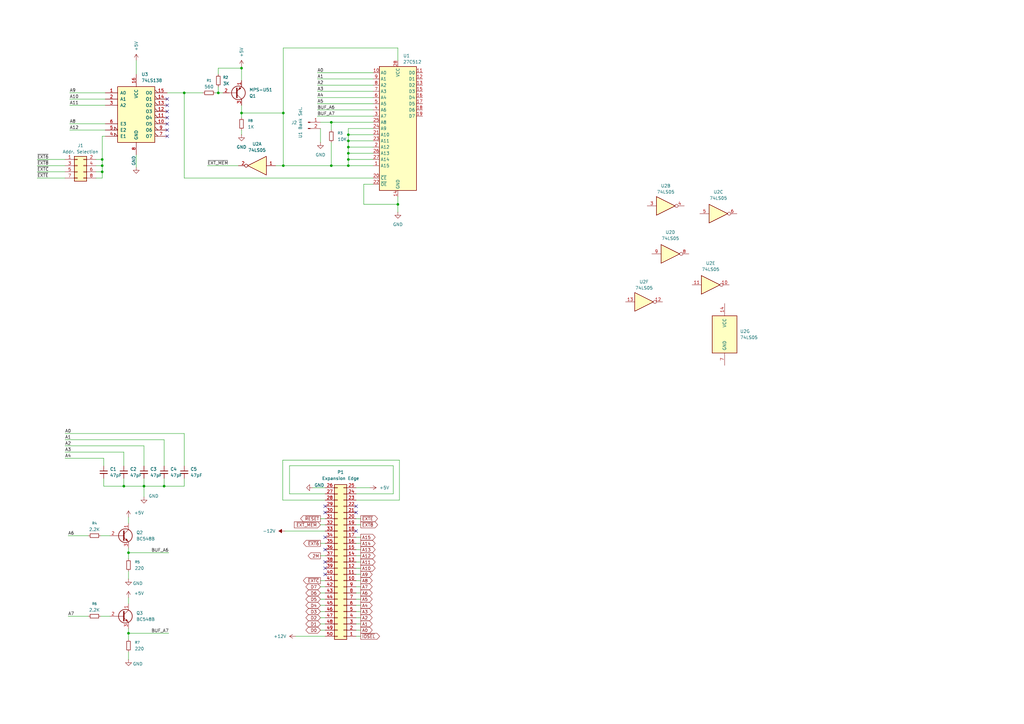
<source format=kicad_sch>
(kicad_sch (version 20250114) (generator "eeschema") (generator_version "9.0")
  (paper "A3")
  (lib_symbols
    (symbol "74xx:74LS05" (pin_names (offset 1.016))
      (property "Reference" "U" (at 0 1.27 0))
      (property "Value" "74LS05" (at 0 -1.27 0))
      (symbol "74LS05_1_0"
        (polyline (pts (xy -3.81 3.81) (xy -3.81 -3.81) (xy 3.81 0) (xy -3.81 3.81)) (stroke (width 0.254)) (fill (type background)))
        (pin input line (at -7.62 0 0) (length 3.81) (name "~") (number "1"))
        (pin open_collector inverted (at 7.62 0 180) (length 3.81) (name "~") (number "2"))
      )
      (symbol "74LS05_2_0"
        (polyline (pts (xy -3.81 3.81) (xy -3.81 -3.81) (xy 3.81 0) (xy -3.81 3.81)) (stroke (width 0.254)) (fill (type background)))
        (pin input line (at -7.62 0 0) (length 3.81) (name "~") (number "3"))
        (pin open_collector inverted (at 7.62 0 180) (length 3.81) (name "~") (number "4"))
      )
      (symbol "74LS05_3_0"
        (polyline (pts (xy -3.81 3.81) (xy -3.81 -3.81) (xy 3.81 0) (xy -3.81 3.81)) (stroke (width 0.254)) (fill (type background)))
        (pin input line (at -7.62 0 0) (length 3.81) (name "~") (number "5"))
        (pin open_collector inverted (at 7.62 0 180) (length 3.81) (name "~") (number "6"))
      )
      (symbol "74LS05_4_0"
        (polyline (pts (xy -3.81 3.81) (xy -3.81 -3.81) (xy 3.81 0) (xy -3.81 3.81)) (stroke (width 0.254)) (fill (type background)))
        (pin input line (at -7.62 0 0) (length 3.81) (name "~") (number "9"))
        (pin open_collector inverted (at 7.62 0 180) (length 3.81) (name "~") (number "8"))
      )
      (symbol "74LS05_5_0"
        (polyline (pts (xy -3.81 3.81) (xy -3.81 -3.81) (xy 3.81 0) (xy -3.81 3.81)) (stroke (width 0.254)) (fill (type background)))
        (pin input line (at -7.62 0 0) (length 3.81) (name "~") (number "11"))
        (pin open_collector inverted (at 7.62 0 180) (length 3.81) (name "~") (number "10"))
      )
      (symbol "74LS05_6_0"
        (polyline (pts (xy -3.81 3.81) (xy -3.81 -3.81) (xy 3.81 0) (xy -3.81 3.81)) (stroke (width 0.254)) (fill (type background)))
        (pin input line (at -7.62 0 0) (length 3.81) (name "~") (number "13"))
        (pin open_collector inverted (at 7.62 0 180) (length 3.81) (name "~") (number "12"))
      )
      (symbol "74LS05_7_0"
        (pin power_in line (at 0 12.7 270) (length 5.08) (name "VCC") (number "14"))
        (pin power_in line (at 0 -12.7 90) (length 5.08) (name "GND") (number "7"))
      )
      (symbol "74LS05_7_1"
        (rectangle (start -5.08 7.62) (end 5.08 -7.62) (stroke (width 0.254)) (fill (type background)))
      )
    )
    (symbol "74xx:74LS138" (pin_names (offset 1.016))
      (property "Reference" "U" (at -7.62 11.43 0))
      (property "Value" "74LS138" (at -7.62 -13.97 0))
      (symbol "74LS138_1_0"
        (pin input line (at -12.7 7.62 0) (length 5.08) (name "A0") (number "1"))
        (pin input line (at -12.7 5.08 0) (length 5.08) (name "A1") (number "2"))
        (pin input line (at -12.7 2.54 0) (length 5.08) (name "A2") (number "3"))
        (pin input line (at -12.7 -5.08 0) (length 5.08) (name "E3") (number "6"))
        (pin input input_low (at -12.7 -7.62 0) (length 5.08) (name "E2") (number "5"))
        (pin input input_low (at -12.7 -10.16 0) (length 5.08) (name "E1") (number "4"))
        (pin power_in line (at 0 15.24 270) (length 5.08) (name "VCC") (number "16"))
        (pin power_in line (at 0 -17.78 90) (length 5.08) (name "GND") (number "8"))
        (pin output output_low (at 12.7 7.62 180) (length 5.08) (name "O0") (number "15"))
        (pin output output_low (at 12.7 5.08 180) (length 5.08) (name "O1") (number "14"))
        (pin output output_low (at 12.7 2.54 180) (length 5.08) (name "O2") (number "13"))
        (pin output output_low (at 12.7 0 180) (length 5.08) (name "O3") (number "12"))
        (pin output output_low (at 12.7 -2.54 180) (length 5.08) (name "O4") (number "11"))
        (pin output output_low (at 12.7 -5.08 180) (length 5.08) (name "O5") (number "10"))
        (pin output output_low (at 12.7 -7.62 180) (length 5.08) (name "O6") (number "9"))
        (pin output output_low (at 12.7 -10.16 180) (length 5.08) (name "O7") (number "7"))
      )
      (symbol "74LS138_1_1"
        (rectangle (start -7.62 10.16) (end 7.62 -12.7) (stroke (width 0.254)) (fill (type background)))
      )
    )
    (symbol "Connector:Conn_01x02_Pin" (pin_names (offset 1.016) (hide yes))
      (property "Reference" "J" (at 0 2.54 0))
      (property "Value" "Conn_01x02_Pin" (at 0 -5.08 0))
      (symbol "Conn_01x02_Pin_1_1"
        (rectangle (start 0.8636 0.127) (end 0 -0.127) (stroke (width 0.1524)) (fill (type outline)))
        (rectangle (start 0.8636 -2.413) (end 0 -2.667) (stroke (width 0.1524)) (fill (type outline)))
        (polyline (pts (xy 1.27 0) (xy 0.8636 0)) (stroke (width 0.1524)))
        (polyline (pts (xy 1.27 -2.54) (xy 0.8636 -2.54)) (stroke (width 0.1524)))
        (pin passive line (at 5.08 0 180) (length 3.81) (name "Pin_1") (number "1"))
        (pin passive line (at 5.08 -2.54 180) (length 3.81) (name "Pin_2") (number "2"))
      )
    )
    (symbol "Connector_Generic:Conn_02x04_Odd_Even" (pin_names (offset 1.016) (hide yes))
      (property "Reference" "J" (at 1.27 5.08 0))
      (property "Value" "Conn_02x04_Odd_Even" (at 1.27 -7.62 0))
      (symbol "Conn_02x04_Odd_Even_1_1"
        (rectangle (start -1.27 3.81) (end 3.81 -6.35) (stroke (width 0.254)) (fill (type background)))
        (rectangle (start -1.27 2.667) (end 0 2.413) (stroke (width 0.1524)))
        (rectangle (start -1.27 0.127) (end 0 -0.127) (stroke (width 0.1524)))
        (rectangle (start -1.27 -2.413) (end 0 -2.667) (stroke (width 0.1524)))
        (rectangle (start -1.27 -4.953) (end 0 -5.207) (stroke (width 0.1524)))
        (rectangle (start 3.81 2.667) (end 2.54 2.413) (stroke (width 0.1524)))
        (rectangle (start 3.81 0.127) (end 2.54 -0.127) (stroke (width 0.1524)))
        (rectangle (start 3.81 -2.413) (end 2.54 -2.667) (stroke (width 0.1524)))
        (rectangle (start 3.81 -4.953) (end 2.54 -5.207) (stroke (width 0.1524)))
        (pin passive line (at -5.08 2.54 0) (length 3.81) (name "Pin_1") (number "1"))
        (pin passive line (at -5.08 0 0) (length 3.81) (name "Pin_3") (number "3"))
        (pin passive line (at -5.08 -2.54 0) (length 3.81) (name "Pin_5") (number "5"))
        (pin passive line (at -5.08 -5.08 0) (length 3.81) (name "Pin_7") (number "7"))
        (pin passive line (at 7.62 2.54 180) (length 3.81) (name "Pin_2") (number "2"))
        (pin passive line (at 7.62 0 180) (length 3.81) (name "Pin_4") (number "4"))
        (pin passive line (at 7.62 -2.54 180) (length 3.81) (name "Pin_6") (number "6"))
        (pin passive line (at 7.62 -5.08 180) (length 3.81) (name "Pin_8") (number "8"))
      )
    )
    (symbol "Connector_Generic:Conn_02x25_Counter_Clockwise" (pin_names (offset 1.016) (hide yes))
      (property "Reference" "J" (at 1.27 33.02 0))
      (property "Value" "Conn_02x25_Counter_Clockwise" (at 1.27 -33.02 0))
      (symbol "Conn_02x25_Counter_Clockwise_1_1"
        (rectangle (start -1.27 31.75) (end 3.81 -31.75) (stroke (width 0.254)) (fill (type background)))
        (rectangle (start -1.27 30.607) (end 0 30.353) (stroke (width 0.1524)))
        (rectangle (start -1.27 28.067) (end 0 27.813) (stroke (width 0.1524)))
        (rectangle (start -1.27 25.527) (end 0 25.273) (stroke (width 0.1524)))
        (rectangle (start -1.27 22.987) (end 0 22.733) (stroke (width 0.1524)))
        (rectangle (start -1.27 20.447) (end 0 20.193) (stroke (width 0.1524)))
        (rectangle (start -1.27 17.907) (end 0 17.653) (stroke (width 0.1524)))
        (rectangle (start -1.27 15.367) (end 0 15.113) (stroke (width 0.1524)))
        (rectangle (start -1.27 12.827) (end 0 12.573) (stroke (width 0.1524)))
        (rectangle (start -1.27 10.287) (end 0 10.033) (stroke (width 0.1524)))
        (rectangle (start -1.27 7.747) (end 0 7.493) (stroke (width 0.1524)))
        (rectangle (start -1.27 5.207) (end 0 4.953) (stroke (width 0.1524)))
        (rectangle (start -1.27 2.667) (end 0 2.413) (stroke (width 0.1524)))
        (rectangle (start -1.27 0.127) (end 0 -0.127) (stroke (width 0.1524)))
        (rectangle (start -1.27 -2.413) (end 0 -2.667) (stroke (width 0.1524)))
        (rectangle (start -1.27 -4.953) (end 0 -5.207) (stroke (width 0.1524)))
        (rectangle (start -1.27 -7.493) (end 0 -7.747) (stroke (width 0.1524)))
        (rectangle (start -1.27 -10.033) (end 0 -10.287) (stroke (width 0.1524)))
        (rectangle (start -1.27 -12.573) (end 0 -12.827) (stroke (width 0.1524)))
        (rectangle (start -1.27 -15.113) (end 0 -15.367) (stroke (width 0.1524)))
        (rectangle (start -1.27 -17.653) (end 0 -17.907) (stroke (width 0.1524)))
        (rectangle (start -1.27 -20.193) (end 0 -20.447) (stroke (width 0.1524)))
        (rectangle (start -1.27 -22.733) (end 0 -22.987) (stroke (width 0.1524)))
        (rectangle (start -1.27 -25.273) (end 0 -25.527) (stroke (width 0.1524)))
        (rectangle (start -1.27 -27.813) (end 0 -28.067) (stroke (width 0.1524)))
        (rectangle (start -1.27 -30.353) (end 0 -30.607) (stroke (width 0.1524)))
        (rectangle (start 3.81 30.607) (end 2.54 30.353) (stroke (width 0.1524)))
        (rectangle (start 3.81 28.067) (end 2.54 27.813) (stroke (width 0.1524)))
        (rectangle (start 3.81 25.527) (end 2.54 25.273) (stroke (width 0.1524)))
        (rectangle (start 3.81 22.987) (end 2.54 22.733) (stroke (width 0.1524)))
        (rectangle (start 3.81 20.447) (end 2.54 20.193) (stroke (width 0.1524)))
        (rectangle (start 3.81 17.907) (end 2.54 17.653) (stroke (width 0.1524)))
        (rectangle (start 3.81 15.367) (end 2.54 15.113) (stroke (width 0.1524)))
        (rectangle (start 3.81 12.827) (end 2.54 12.573) (stroke (width 0.1524)))
        (rectangle (start 3.81 10.287) (end 2.54 10.033) (stroke (width 0.1524)))
        (rectangle (start 3.81 7.747) (end 2.54 7.493) (stroke (width 0.1524)))
        (rectangle (start 3.81 5.207) (end 2.54 4.953) (stroke (width 0.1524)))
        (rectangle (start 3.81 2.667) (end 2.54 2.413) (stroke (width 0.1524)))
        (rectangle (start 3.81 0.127) (end 2.54 -0.127) (stroke (width 0.1524)))
        (rectangle (start 3.81 -2.413) (end 2.54 -2.667) (stroke (width 0.1524)))
        (rectangle (start 3.81 -4.953) (end 2.54 -5.207) (stroke (width 0.1524)))
        (rectangle (start 3.81 -7.493) (end 2.54 -7.747) (stroke (width 0.1524)))
        (rectangle (start 3.81 -10.033) (end 2.54 -10.287) (stroke (width 0.1524)))
        (rectangle (start 3.81 -12.573) (end 2.54 -12.827) (stroke (width 0.1524)))
        (rectangle (start 3.81 -15.113) (end 2.54 -15.367) (stroke (width 0.1524)))
        (rectangle (start 3.81 -17.653) (end 2.54 -17.907) (stroke (width 0.1524)))
        (rectangle (start 3.81 -20.193) (end 2.54 -20.447) (stroke (width 0.1524)))
        (rectangle (start 3.81 -22.733) (end 2.54 -22.987) (stroke (width 0.1524)))
        (rectangle (start 3.81 -25.273) (end 2.54 -25.527) (stroke (width 0.1524)))
        (rectangle (start 3.81 -27.813) (end 2.54 -28.067) (stroke (width 0.1524)))
        (rectangle (start 3.81 -30.353) (end 2.54 -30.607) (stroke (width 0.1524)))
        (pin passive line (at -5.08 30.48 0) (length 3.81) (name "Pin_1") (number "1"))
        (pin passive line (at -5.08 27.94 0) (length 3.81) (name "Pin_2") (number "2"))
        (pin passive line (at -5.08 25.4 0) (length 3.81) (name "Pin_3") (number "3"))
        (pin passive line (at -5.08 22.86 0) (length 3.81) (name "Pin_4") (number "4"))
        (pin passive line (at -5.08 20.32 0) (length 3.81) (name "Pin_5") (number "5"))
        (pin passive line (at -5.08 17.78 0) (length 3.81) (name "Pin_6") (number "6"))
        (pin passive line (at -5.08 15.24 0) (length 3.81) (name "Pin_7") (number "7"))
        (pin passive line (at -5.08 12.7 0) (length 3.81) (name "Pin_8") (number "8"))
        (pin passive line (at -5.08 10.16 0) (length 3.81) (name "Pin_9") (number "9"))
        (pin passive line (at -5.08 7.62 0) (length 3.81) (name "Pin_10") (number "10"))
        (pin passive line (at -5.08 5.08 0) (length 3.81) (name "Pin_11") (number "11"))
        (pin passive line (at -5.08 2.54 0) (length 3.81) (name "Pin_12") (number "12"))
        (pin passive line (at -5.08 0 0) (length 3.81) (name "Pin_13") (number "13"))
        (pin passive line (at -5.08 -2.54 0) (length 3.81) (name "Pin_14") (number "14"))
        (pin passive line (at -5.08 -5.08 0) (length 3.81) (name "Pin_15") (number "15"))
        (pin passive line (at -5.08 -7.62 0) (length 3.81) (name "Pin_16") (number "16"))
        (pin passive line (at -5.08 -10.16 0) (length 3.81) (name "Pin_17") (number "17"))
        (pin passive line (at -5.08 -12.7 0) (length 3.81) (name "Pin_18") (number "18"))
        (pin passive line (at -5.08 -15.24 0) (length 3.81) (name "Pin_19") (number "19"))
        (pin passive line (at -5.08 -17.78 0) (length 3.81) (name "Pin_20") (number "20"))
        (pin passive line (at -5.08 -20.32 0) (length 3.81) (name "Pin_21") (number "21"))
        (pin passive line (at -5.08 -22.86 0) (length 3.81) (name "Pin_22") (number "22"))
        (pin passive line (at -5.08 -25.4 0) (length 3.81) (name "Pin_23") (number "23"))
        (pin passive line (at -5.08 -27.94 0) (length 3.81) (name "Pin_24") (number "24"))
        (pin passive line (at -5.08 -30.48 0) (length 3.81) (name "Pin_25") (number "25"))
        (pin passive line (at 7.62 30.48 180) (length 3.81) (name "Pin_50") (number "50"))
        (pin passive line (at 7.62 27.94 180) (length 3.81) (name "Pin_49") (number "49"))
        (pin passive line (at 7.62 25.4 180) (length 3.81) (name "Pin_48") (number "48"))
        (pin passive line (at 7.62 22.86 180) (length 3.81) (name "Pin_47") (number "47"))
        (pin passive line (at 7.62 20.32 180) (length 3.81) (name "Pin_46") (number "46"))
        (pin passive line (at 7.62 17.78 180) (length 3.81) (name "Pin_45") (number "45"))
        (pin passive line (at 7.62 15.24 180) (length 3.81) (name "Pin_44") (number "44"))
        (pin passive line (at 7.62 12.7 180) (length 3.81) (name "Pin_43") (number "43"))
        (pin passive line (at 7.62 10.16 180) (length 3.81) (name "Pin_42") (number "42"))
        (pin passive line (at 7.62 7.62 180) (length 3.81) (name "Pin_41") (number "41"))
        (pin passive line (at 7.62 5.08 180) (length 3.81) (name "Pin_40") (number "40"))
        (pin passive line (at 7.62 2.54 180) (length 3.81) (name "Pin_39") (number "39"))
        (pin passive line (at 7.62 0 180) (length 3.81) (name "Pin_38") (number "38"))
        (pin passive line (at 7.62 -2.54 180) (length 3.81) (name "Pin_37") (number "37"))
        (pin passive line (at 7.62 -5.08 180) (length 3.81) (name "Pin_36") (number "36"))
        (pin passive line (at 7.62 -7.62 180) (length 3.81) (name "Pin_35") (number "35"))
        (pin passive line (at 7.62 -10.16 180) (length 3.81) (name "Pin_34") (number "34"))
        (pin passive line (at 7.62 -12.7 180) (length 3.81) (name "Pin_33") (number "33"))
        (pin passive line (at 7.62 -15.24 180) (length 3.81) (name "Pin_32") (number "32"))
        (pin passive line (at 7.62 -17.78 180) (length 3.81) (name "Pin_31") (number "31"))
        (pin passive line (at 7.62 -20.32 180) (length 3.81) (name "Pin_30") (number "30"))
        (pin passive line (at 7.62 -22.86 180) (length 3.81) (name "Pin_29") (number "29"))
        (pin passive line (at 7.62 -25.4 180) (length 3.81) (name "Pin_28") (number "28"))
        (pin passive line (at 7.62 -27.94 180) (length 3.81) (name "Pin_27") (number "27"))
        (pin passive line (at 7.62 -30.48 180) (length 3.81) (name "Pin_26") (number "26"))
      )
    )
    (symbol "Device:C_Small" (pin_numbers (hide yes)) (pin_names (offset 0.254) (hide yes))
      (property "Reference" "C" (at 0.254 1.778 0))
      (property "Value" "C_Small" (at 0.254 -2.032 0))
      (symbol "C_Small_0_1"
        (polyline (pts (xy -1.524 0.508) (xy 1.524 0.508)) (stroke (width 0.3048)))
        (polyline (pts (xy -1.524 -0.508) (xy 1.524 -0.508)) (stroke (width 0.3302)))
      )
      (symbol "C_Small_1_1"
        (pin passive line (at 0 2.54 270) (length 2.032) (name "~") (number "1"))
        (pin passive line (at 0 -2.54 90) (length 2.032) (name "~") (number "2"))
      )
    )
    (symbol "Device:R_Small" (pin_numbers (hide yes)) (pin_names (offset 0.254) (hide yes))
      (property "Reference" "R" (at 0 0 90))
      (property "Value" "R_Small" (at 1.778 0 90))
      (symbol "R_Small_0_1"
        (rectangle (start -0.762 1.778) (end 0.762 -1.778) (stroke (width 0.2032)))
      )
      (symbol "R_Small_1_1"
        (pin passive line (at 0 2.54 270) (length 0.762) (name "~") (number "1"))
        (pin passive line (at 0 -2.54 90) (length 0.762) (name "~") (number "2"))
      )
    )
    (symbol "GND_1" (power) (pin_numbers (hide yes)) (pin_names (offset 0) (hide yes))
      (property "Value" "GND" (at 0 -3.81 0))
      (symbol "GND_1_0_1"
        (polyline (pts (xy 0 0) (xy 0 -1.27) (xy 1.27 -1.27) (xy 0 -2.54) (xy -1.27 -1.27) (xy 0 -1.27)))
      )
      (symbol "GND_1_1_1"
        (pin power_in line (at 0 0 270) (length 0) (name "~") (number "1"))
      )
    )
    (symbol "GND_2" (power) (pin_numbers (hide yes)) (pin_names (offset 0) (hide yes))
      (property "Value" "GND" (at 0 -3.81 0))
      (symbol "GND_2_0_1"
        (polyline (pts (xy 0 0) (xy 0 -1.27) (xy 1.27 -1.27) (xy 0 -2.54) (xy -1.27 -1.27) (xy 0 -1.27)))
      )
      (symbol "GND_2_1_1"
        (pin power_in line (at 0 0 270) (length 0) (name "~") (number "1"))
      )
    )
    (symbol "Memory_EPROM:27C512"
      (property "Reference" "U" (at -7.62 26.67 0))
      (property "Value" "27C512" (at 2.54 -26.67 0))
      (symbol "27C512_1_1"
        (rectangle (start -7.62 25.4) (end 7.62 -25.4) (stroke (width 0.254)) (fill (type background)))
        (pin input line (at -10.16 22.86 0) (length 2.54) (name "A0") (number "10"))
        (pin input line (at -10.16 20.32 0) (length 2.54) (name "A1") (number "9"))
        (pin input line (at -10.16 17.78 0) (length 2.54) (name "A2") (number "8"))
        (pin input line (at -10.16 15.24 0) (length 2.54) (name "A3") (number "7"))
        (pin input line (at -10.16 12.7 0) (length 2.54) (name "A4") (number "6"))
        (pin input line (at -10.16 10.16 0) (length 2.54) (name "A5") (number "5"))
        (pin input line (at -10.16 7.62 0) (length 2.54) (name "A6") (number "4"))
        (pin input line (at -10.16 5.08 0) (length 2.54) (name "A7") (number "3"))
        (pin input line (at -10.16 2.54 0) (length 2.54) (name "A8") (number "25"))
        (pin input line (at -10.16 0 0) (length 2.54) (name "A9") (number "24"))
        (pin input line (at -10.16 -2.54 0) (length 2.54) (name "A10") (number "21"))
        (pin input line (at -10.16 -5.08 0) (length 2.54) (name "A11") (number "23"))
        (pin input line (at -10.16 -7.62 0) (length 2.54) (name "A12") (number "2"))
        (pin input line (at -10.16 -10.16 0) (length 2.54) (name "A13") (number "26"))
        (pin input line (at -10.16 -12.7 0) (length 2.54) (name "A14") (number "27"))
        (pin input line (at -10.16 -15.24 0) (length 2.54) (name "A15") (number "1"))
        (pin input line (at -10.16 -20.32 0) (length 2.54) (name "~{CE}") (number "20"))
        (pin input line (at -10.16 -22.86 0) (length 2.54) (name "~{OE}") (number "22"))
        (pin power_in line (at 0 27.94 270) (length 2.54) (name "VCC") (number "28"))
        (pin power_in line (at 0 -27.94 90) (length 2.54) (name "GND") (number "14"))
        (pin tri_state line (at 10.16 22.86 180) (length 2.54) (name "D0") (number "11"))
        (pin tri_state line (at 10.16 20.32 180) (length 2.54) (name "D1") (number "12"))
        (pin tri_state line (at 10.16 17.78 180) (length 2.54) (name "D2") (number "13"))
        (pin tri_state line (at 10.16 15.24 180) (length 2.54) (name "D3") (number "15"))
        (pin tri_state line (at 10.16 12.7 180) (length 2.54) (name "D4") (number "16"))
        (pin tri_state line (at 10.16 10.16 180) (length 2.54) (name "D5") (number "17"))
        (pin tri_state line (at 10.16 7.62 180) (length 2.54) (name "D6") (number "18"))
        (pin tri_state line (at 10.16 5.08 180) (length 2.54) (name "D7") (number "19"))
      )
    )
    (symbol "Transistor_BJT:BC548" (pin_names (offset 0) (hide yes))
      (property "Reference" "Q" (at 5.08 1.905 0))
      (property "Value" "BC548" (at 5.08 0 0))
      (symbol "BC548_0_1"
        (polyline (pts (xy -2.54 0) (xy 0.635 0)))
        (polyline (pts (xy 0.635 1.905) (xy 0.635 -1.905)) (stroke (width 0.508)))
        (circle (center 1.27 0) (radius 2.8194) (stroke (width 0.254)))
      )
      (symbol "BC548_1_1"
        (polyline (pts (xy 0.635 0.635) (xy 2.54 2.54)))
        (polyline (pts (xy 0.635 -0.635) (xy 2.54 -2.54)))
        (polyline (pts (xy 1.27 -1.778) (xy 1.778 -1.27) (xy 2.286 -2.286) (xy 1.27 -1.778)) (fill (type outline)))
        (pin input line (at -5.08 0 0) (length 2.54) (name "B") (number "2"))
        (pin passive line (at 2.54 5.08 270) (length 2.54) (name "C") (number "1"))
        (pin passive line (at 2.54 -5.08 90) (length 2.54) (name "E") (number "3"))
      )
    )
    (symbol "Transistor_BJT:Q_PNP_EBC" (pin_names (offset 0) (hide yes))
      (property "Reference" "Q" (at 5.08 1.27 0))
      (property "Value" "Q_PNP_EBC" (at 5.08 -1.27 0))
      (symbol "Q_PNP_EBC_0_1"
        (polyline (pts (xy -2.54 0) (xy 0.635 0)))
        (polyline (pts (xy 0.635 1.905) (xy 0.635 -1.905)) (stroke (width 0.508)))
        (polyline (pts (xy 0.635 0.635) (xy 2.54 2.54)))
        (polyline (pts (xy 0.635 -0.635) (xy 2.54 -2.54)))
        (circle (center 1.27 0) (radius 2.8194) (stroke (width 0.254)))
        (polyline (pts (xy 2.286 -1.778) (xy 1.778 -2.286) (xy 1.27 -1.27) (xy 2.286 -1.778)) (fill (type outline)))
      )
      (symbol "Q_PNP_EBC_1_1"
        (pin input line (at -5.08 0 0) (length 2.54) (name "B") (number "2"))
        (pin passive line (at 2.54 5.08 270) (length 2.54) (name "C") (number "3"))
        (pin passive line (at 2.54 -5.08 90) (length 2.54) (name "E") (number "1"))
      )
    )
    (symbol "power:+12V" (power) (pin_names (offset 0))
      (property "Value" "+12V" (at 0 3.556 0))
      (symbol "+12V_0_1"
        (polyline (pts (xy -0.762 1.27) (xy 0 2.54)))
        (polyline (pts (xy 0 2.54) (xy 0.762 1.27)))
        (polyline (pts (xy 0 0) (xy 0 2.54)))
      )
      (symbol "+12V_1_1"
        (pin power_in line (at 0 0 90) (length 0) (hide yes) (name "+12V") (number "1"))
      )
    )
    (symbol "power:+5V" (power) (pin_names (offset 0))
      (property "Value" "+5V" (at 0 3.556 0))
      (symbol "+5V_0_1"
        (polyline (pts (xy -0.762 1.27) (xy 0 2.54)))
        (polyline (pts (xy 0 2.54) (xy 0.762 1.27)))
        (polyline (pts (xy 0 0) (xy 0 2.54)))
      )
      (symbol "+5V_1_1"
        (pin power_in line (at 0 0 90) (length 0) (hide yes) (name "+5V") (number "1"))
      )
    )
    (symbol "power:-12V" (power) (pin_names (offset 0))
      (property "Value" "-12V" (at 0 3.81 0))
      (symbol "-12V_0_0"
        (pin power_in line (at 0 0 90) (length 0) (hide yes) (name "-12V") (number "1"))
      )
      (symbol "-12V_0_1"
        (polyline (pts (xy 0 0) (xy 0 1.27) (xy 0.762 1.27) (xy 0 2.54) (xy -0.762 1.27) (xy 0 1.27)) (fill (type outline)))
      )
    )
    (symbol "power:GND" (power) (pin_names (offset 0))
      (property "Value" "GND" (at 0 -3.81 0))
      (symbol "GND_0_1"
        (polyline (pts (xy 0 0) (xy 0 -1.27) (xy 1.27 -1.27) (xy 0 -2.54) (xy -1.27 -1.27) (xy 0 -1.27)))
      )
      (symbol "GND_1_1"
        (pin power_in line (at 0 0 270) (length 0) (hide yes) (name "GND") (number "1"))
      )
    )
  )
  (junction (at 142.875 62.865))
  (junction (at 116.205 67.945))
  (junction (at 59.055 199.39))
  (junction (at 142.875 67.945))
  (junction (at 52.705 226.695))
  (junction (at 67.31 199.39))
  (junction (at 41.91 65.405))
  (junction (at 99.06 27.94))
  (junction (at 52.705 259.715))
  (junction (at 142.875 57.785))
  (junction (at 50.8 199.39))
  (junction (at 99.06 46.355))
  (junction (at 142.875 60.325))
  (junction (at 116.205 46.355))
  (junction (at 135.89 67.945))
  (junction (at 89.535 38.1))
  (junction (at 41.91 70.485))
  (junction (at 75.565 38.1))
  (junction (at 142.875 55.245))
  (junction (at 135.89 50.165))
  (junction (at 163.195 83.82))
  (junction (at 142.875 65.405))
  (junction (at 41.91 67.945))
  (no_connect (at 68.58 45.72))
  (no_connect (at 146.05 207.645))
  (no_connect (at 133.35 210.185))
  (no_connect (at 133.35 233.045))
  (no_connect (at 133.35 230.505))
  (no_connect (at 146.05 210.185))
  (no_connect (at 133.35 225.425))
  (no_connect (at 133.35 207.645))
  (no_connect (at 68.58 40.64))
  (no_connect (at 146.05 217.805))
  (no_connect (at 68.58 55.88))
  (no_connect (at 68.58 48.26))
  (no_connect (at 133.35 235.585))
  (no_connect (at 68.58 43.18))
  (no_connect (at 133.35 220.345))
  (no_connect (at 68.58 53.34))
  (no_connect (at 68.58 50.8))
  (wire (pts (xy 142.875 55.245) (xy 142.875 57.785)))
  (wire (pts (xy 135.89 50.165) (xy 153.035 50.165)))
  (wire (pts (xy 28.575 40.64) (xy 43.18 40.64)))
  (wire (pts (xy 75.565 73.025) (xy 153.035 73.025)))
  (wire (pts (xy 130.175 32.385) (xy 153.035 32.385)))
  (wire (pts (xy 116.205 67.945) (xy 135.89 67.945)))
  (wire (pts (xy 118.745 191.008) (xy 118.745 202.565)))
  (wire (pts (xy 153.035 57.785) (xy 142.875 57.785)))
  (wire (pts (xy 52.705 212.09) (xy 52.705 214.63)))
  (wire (pts (xy 146.05 250.825) (xy 147.955 250.825)))
  (wire (pts (xy 75.565 177.8) (xy 75.565 191.135)))
  (wire (pts (xy 146.05 222.885) (xy 147.955 222.885)))
  (wire (pts (xy 161.29 191.008) (xy 118.745 191.008)))
  (wire (pts (xy 55.88 30.48) (xy 55.88 24.765)))
  (wire (pts (xy 142.875 52.705) (xy 142.875 55.245)))
  (wire (pts (xy 142.875 65.405) (xy 142.875 67.945)))
  (wire (pts (xy 115.951 205.105) (xy 133.35 205.105)))
  (wire (pts (xy 131.445 227.965) (xy 133.35 227.965)))
  (wire (pts (xy 99.06 46.355) (xy 99.06 48.26)))
  (wire (pts (xy 146.05 215.265) (xy 147.955 215.265)))
  (wire (pts (xy 131.445 253.365) (xy 133.35 253.365)))
  (wire (pts (xy 89.535 35.56) (xy 89.535 38.1)))
  (wire (pts (xy 153.035 67.945) (xy 142.875 67.945)))
  (wire (pts (xy 39.37 65.405) (xy 41.91 65.405)))
  (wire (pts (xy 26.67 187.96) (xy 42.545 187.96)))
  (wire (pts (xy 146.05 248.285) (xy 147.955 248.285)))
  (wire (pts (xy 163.83 205.105) (xy 163.83 188.722)))
  (wire (pts (xy 99.06 53.34) (xy 99.06 55.245)))
  (wire (pts (xy 43.18 55.88) (xy 41.91 55.88)))
  (wire (pts (xy 146.05 240.665) (xy 147.955 240.665)))
  (wire (pts (xy 52.705 245.11) (xy 52.705 247.65)))
  (wire (pts (xy 128.27 200.025) (xy 133.35 200.025)))
  (wire (pts (xy 146.05 235.585) (xy 147.955 235.585)))
  (wire (pts (xy 41.91 70.485) (xy 41.91 73.025)))
  (wire (pts (xy 149.225 75.565) (xy 149.225 83.82)))
  (wire (pts (xy 75.565 38.1) (xy 83.185 38.1)))
  (wire (pts (xy 131.445 243.205) (xy 133.35 243.205)))
  (wire (pts (xy 42.545 196.215) (xy 42.545 199.39)))
  (wire (pts (xy 28.575 38.1) (xy 43.18 38.1)))
  (wire (pts (xy 39.37 67.945) (xy 41.91 67.945)))
  (wire (pts (xy 153.035 65.405) (xy 142.875 65.405)))
  (wire (pts (xy 130.175 37.465) (xy 153.035 37.465)))
  (wire (pts (xy 146.05 253.365) (xy 147.955 253.365)))
  (wire (pts (xy 146.05 260.985) (xy 147.955 260.985)))
  (wire (pts (xy 26.67 182.88) (xy 59.055 182.88)))
  (wire (pts (xy 163.195 19.685) (xy 116.205 19.685)))
  (wire (pts (xy 153.035 60.325) (xy 142.875 60.325)))
  (wire (pts (xy 59.055 199.39) (xy 59.055 203.835)))
  (wire (pts (xy 28.575 43.18) (xy 43.18 43.18)))
  (wire (pts (xy 113.03 67.945) (xy 116.205 67.945)))
  (wire (pts (xy 131.445 238.125) (xy 133.35 238.125)))
  (wire (pts (xy 131.445 245.745) (xy 133.35 245.745)))
  (wire (pts (xy 85.09 67.945) (xy 97.79 67.945)))
  (wire (pts (xy 26.67 177.8) (xy 75.565 177.8)))
  (wire (pts (xy 146.05 258.445) (xy 147.955 258.445)))
  (wire (pts (xy 50.8 185.42) (xy 50.8 191.135)))
  (wire (pts (xy 153.035 55.245) (xy 142.875 55.245)))
  (wire (pts (xy 28.575 53.34) (xy 43.18 53.34)))
  (wire (pts (xy 27.94 219.71) (xy 36.195 219.71)))
  (wire (pts (xy 115.951 188.722) (xy 115.951 205.105)))
  (wire (pts (xy 163.195 24.765) (xy 163.195 19.685)))
  (wire (pts (xy 135.89 67.945) (xy 142.875 67.945)))
  (wire (pts (xy 161.29 202.565) (xy 161.29 191.008)))
  (wire (pts (xy 142.875 60.325) (xy 142.875 62.865)))
  (wire (pts (xy 153.035 62.865) (xy 142.875 62.865)))
  (wire (pts (xy 135.89 53.34) (xy 135.89 50.165)))
  (wire (pts (xy 41.91 65.405) (xy 41.91 67.945)))
  (wire (pts (xy 26.67 180.34) (xy 67.31 180.34)))
  (wire (pts (xy 131.445 240.665) (xy 133.35 240.665)))
  (wire (pts (xy 50.8 196.215) (xy 50.8 199.39)))
  (wire (pts (xy 15.24 73.025) (xy 26.67 73.025)))
  (wire (pts (xy 75.565 199.39) (xy 75.565 196.215)))
  (wire (pts (xy 131.445 255.905) (xy 133.35 255.905)))
  (wire (pts (xy 121.285 260.985) (xy 133.35 260.985)))
  (wire (pts (xy 163.195 83.82) (xy 163.195 86.995)))
  (wire (pts (xy 41.91 55.88) (xy 41.91 65.405)))
  (wire (pts (xy 146.05 220.345) (xy 147.955 220.345)))
  (wire (pts (xy 130.175 47.625) (xy 153.035 47.625)))
  (wire (pts (xy 75.565 73.025) (xy 75.565 38.1)))
  (wire (pts (xy 27.94 252.73) (xy 36.195 252.73)))
  (wire (pts (xy 146.05 225.425) (xy 147.955 225.425)))
  (wire (pts (xy 52.705 259.715) (xy 52.705 262.255)))
  (wire (pts (xy 146.05 202.565) (xy 161.29 202.565)))
  (wire (pts (xy 39.37 73.025) (xy 41.91 73.025)))
  (wire (pts (xy 52.705 226.695) (xy 52.705 229.235)))
  (wire (pts (xy 130.175 29.845) (xy 153.035 29.845)))
  (wire (pts (xy 131.445 222.885) (xy 133.35 222.885)))
  (wire (pts (xy 99.06 46.355) (xy 116.205 46.355)))
  (wire (pts (xy 41.275 219.71) (xy 45.085 219.71)))
  (wire (pts (xy 89.535 38.1) (xy 91.44 38.1)))
  (wire (pts (xy 163.195 80.645) (xy 163.195 83.82)))
  (wire (pts (xy 130.175 40.005) (xy 153.035 40.005)))
  (wire (pts (xy 50.8 199.39) (xy 59.055 199.39)))
  (wire (pts (xy 130.175 45.085) (xy 153.035 45.085)))
  (wire (pts (xy 52.705 226.695) (xy 69.215 226.695)))
  (wire (pts (xy 146.05 230.505) (xy 147.955 230.505)))
  (wire (pts (xy 52.705 234.315) (xy 52.705 237.49)))
  (wire (pts (xy 59.055 182.88) (xy 59.055 191.135)))
  (wire (pts (xy 52.705 259.715) (xy 69.215 259.715)))
  (wire (pts (xy 41.275 252.73) (xy 45.085 252.73)))
  (wire (pts (xy 99.06 27.94) (xy 99.06 27.305)))
  (wire (pts (xy 146.05 255.905) (xy 147.955 255.905)))
  (wire (pts (xy 68.58 38.1) (xy 75.565 38.1)))
  (wire (pts (xy 146.05 245.745) (xy 147.955 245.745)))
  (wire (pts (xy 116.205 19.685) (xy 116.205 46.355)))
  (wire (pts (xy 153.035 75.565) (xy 149.225 75.565)))
  (wire (pts (xy 15.24 67.945) (xy 26.67 67.945)))
  (wire (pts (xy 142.875 57.785) (xy 142.875 60.325)))
  (wire (pts (xy 146.05 233.045) (xy 147.955 233.045)))
  (wire (pts (xy 26.67 185.42) (xy 50.8 185.42)))
  (wire (pts (xy 146.05 243.205) (xy 147.955 243.205)))
  (wire (pts (xy 131.445 52.705) (xy 131.445 58.42)))
  (wire (pts (xy 67.31 196.215) (xy 67.31 199.39)))
  (wire (pts (xy 118.745 202.565) (xy 133.35 202.565)))
  (wire (pts (xy 146.05 212.725) (xy 147.955 212.725)))
  (wire (pts (xy 99.06 43.18) (xy 99.06 46.355)))
  (wire (pts (xy 41.91 67.945) (xy 41.91 70.485)))
  (wire (pts (xy 131.445 248.285) (xy 133.35 248.285)))
  (wire (pts (xy 146.05 200.025) (xy 151.765 200.025)))
  (wire (pts (xy 15.24 70.485) (xy 26.67 70.485)))
  (wire (pts (xy 116.84 217.805) (xy 133.35 217.805)))
  (wire (pts (xy 42.545 199.39) (xy 50.8 199.39)))
  (wire (pts (xy 55.88 68.58) (xy 55.88 63.5)))
  (wire (pts (xy 89.535 30.48) (xy 89.535 27.94)))
  (wire (pts (xy 131.445 258.445) (xy 133.35 258.445)))
  (wire (pts (xy 99.06 33.02) (xy 99.06 27.94)))
  (wire (pts (xy 89.535 27.94) (xy 99.06 27.94)))
  (wire (pts (xy 52.705 257.81) (xy 52.705 259.715)))
  (wire (pts (xy 59.055 196.215) (xy 59.055 199.39)))
  (wire (pts (xy 131.445 215.265) (xy 133.35 215.265)))
  (wire (pts (xy 116.205 46.355) (xy 116.205 67.945)))
  (wire (pts (xy 135.89 58.42) (xy 135.89 67.945)))
  (wire (pts (xy 149.225 83.82) (xy 163.195 83.82)))
  (wire (pts (xy 146.05 205.105) (xy 163.83 205.105)))
  (wire (pts (xy 28.575 50.8) (xy 43.18 50.8)))
  (wire (pts (xy 130.175 34.925) (xy 153.035 34.925)))
  (wire (pts (xy 163.83 188.722) (xy 115.951 188.722)))
  (wire (pts (xy 142.875 52.705) (xy 153.035 52.705)))
  (wire (pts (xy 15.24 65.405) (xy 26.67 65.405)))
  (wire (pts (xy 131.445 250.825) (xy 133.35 250.825)))
  (wire (pts (xy 88.265 38.1) (xy 89.535 38.1)))
  (wire (pts (xy 142.875 62.865) (xy 142.875 65.405)))
  (wire (pts (xy 52.705 267.335) (xy 52.705 270.51)))
  (wire (pts (xy 52.705 224.79) (xy 52.705 226.695)))
  (wire (pts (xy 39.37 70.485) (xy 41.91 70.485)))
  (wire (pts (xy 67.31 180.34) (xy 67.31 191.135)))
  (wire (pts (xy 42.545 187.96) (xy 42.545 191.135)))
  (wire (pts (xy 146.05 227.965) (xy 147.955 227.965)))
  (wire (pts (xy 131.445 212.725) (xy 133.35 212.725)))
  (wire (pts (xy 146.05 238.125) (xy 147.955 238.125)))
  (wire (pts (xy 131.445 50.165) (xy 135.89 50.165)))
  (wire (pts (xy 59.055 199.39) (xy 67.31 199.39)))
  (wire (pts (xy 67.31 199.39) (xy 75.565 199.39)))
  (wire (pts (xy 130.175 42.545) (xy 153.035 42.545)))
  (label "BUF_A6" (at 69.215 226.695 180))
  (label "~{EXT6}" (at 15.24 65.405 0))
  (label "A0" (at 130.175 29.845 0))
  (label "BUF_A7" (at 130.175 47.625 0))
  (label "A6" (at 27.94 219.71 0))
  (label "A3" (at 130.175 37.465 0))
  (label "~{EXT_MEM}" (at 85.09 67.945 0))
  (label "A4" (at 26.67 187.96 0))
  (label "A3" (at 26.67 185.42 0))
  (label "~{EXT8}" (at 15.24 67.945 0))
  (label "A11" (at 28.575 43.18 0))
  (label "A4" (at 130.175 40.005 0))
  (label "BUF_A7" (at 69.215 259.715 180))
  (label "BUF_A6" (at 130.175 45.085 0))
  (label "A5" (at 130.175 42.545 0))
  (label "A9" (at 28.575 38.1 0))
  (label "A7" (at 27.94 252.73 0))
  (label "A2" (at 130.175 34.925 0))
  (label "~{EXTC}" (at 15.24 70.485 0))
  (label "A10" (at 28.575 40.64 0))
  (label "A8" (at 28.575 50.8 0))
  (label "A2" (at 26.67 182.88 0))
  (label "A12" (at 28.575 53.34 0))
  (label "A0" (at 26.67 177.8 0))
  (label "~{EXTE}" (at 15.24 73.025 0))
  (label "A1" (at 26.67 180.34 0))
  (label "A1" (at 130.175 32.385 0))
  (global_label "~{EXT_MEM}" (shape input) (at 131.445 215.265 180) (property "Intersheetrefs" "${INTERSHEET_REFS}" (effects (hide yes))))
  (global_label "~{EXTC}" (shape output) (at 131.445 238.125 180) (property "Intersheetrefs" "${INTERSHEET_REFS}" (effects (hide yes))))
  (global_label "A14" (shape output) (at 147.955 222.885 0) (property "Intersheetrefs" "${INTERSHEET_REFS}" (effects (hide yes))))
  (global_label "A5" (shape output) (at 147.955 245.745 0) (property "Intersheetrefs" "${INTERSHEET_REFS}" (effects (hide yes))))
  (global_label "D0" (shape bidirectional) (at 131.445 258.445 180) (property "Intersheetrefs" "${INTERSHEET_REFS}" (effects (hide yes))))
  (global_label "D6" (shape bidirectional) (at 131.445 243.205 180) (property "Intersheetrefs" "${INTERSHEET_REFS}" (effects (hide yes))))
  (global_label "D7" (shape bidirectional) (at 131.445 240.665 180) (property "Intersheetrefs" "${INTERSHEET_REFS}" (effects (hide yes))))
  (global_label "A7" (shape output) (at 147.955 240.665 0) (property "Intersheetrefs" "${INTERSHEET_REFS}" (effects (hide yes))))
  (global_label "A8" (shape output) (at 147.955 238.125 0) (property "Intersheetrefs" "${INTERSHEET_REFS}" (effects (hide yes))))
  (global_label "D5" (shape bidirectional) (at 131.445 245.745 180) (property "Intersheetrefs" "${INTERSHEET_REFS}" (effects (hide yes))))
  (global_label "D1" (shape bidirectional) (at 131.445 255.905 180) (property "Intersheetrefs" "${INTERSHEET_REFS}" (effects (hide yes))))
  (global_label "A0" (shape output) (at 147.955 258.445 0) (property "Intersheetrefs" "${INTERSHEET_REFS}" (effects (hide yes))))
  (global_label "A2" (shape output) (at 147.955 253.365 0) (property "Intersheetrefs" "${INTERSHEET_REFS}" (effects (hide yes))))
  (global_label "A1" (shape output) (at 147.955 255.905 0) (property "Intersheetrefs" "${INTERSHEET_REFS}" (effects (hide yes))))
  (global_label "~{IOSEL}" (shape output) (at 147.955 260.985 0) (property "Intersheetrefs" "${INTERSHEET_REFS}" (effects (hide yes))))
  (global_label "A10" (shape output) (at 147.955 233.045 0) (property "Intersheetrefs" "${INTERSHEET_REFS}" (effects (hide yes))))
  (global_label "A15" (shape output) (at 147.955 220.345 0) (property "Intersheetrefs" "${INTERSHEET_REFS}" (effects (hide yes))))
  (global_label "A12" (shape output) (at 147.955 227.965 0) (property "Intersheetrefs" "${INTERSHEET_REFS}" (effects (hide yes))))
  (global_label "A6" (shape output) (at 147.955 243.205 0) (property "Intersheetrefs" "${INTERSHEET_REFS}" (effects (hide yes))))
  (global_label "~{RESET}" (shape output) (at 131.445 212.725 180) (property "Intersheetrefs" "${INTERSHEET_REFS}" (effects (hide yes))))
  (global_label "2M" (shape output) (at 131.445 227.965 180) (property "Intersheetrefs" "${INTERSHEET_REFS}" (effects (hide yes))))
  (global_label "A3" (shape output) (at 147.955 250.825 0) (property "Intersheetrefs" "${INTERSHEET_REFS}" (effects (hide yes))))
  (global_label "D2" (shape bidirectional) (at 131.445 253.365 180) (property "Intersheetrefs" "${INTERSHEET_REFS}" (effects (hide yes))))
  (global_label "D3" (shape bidirectional) (at 131.445 250.825 180) (property "Intersheetrefs" "${INTERSHEET_REFS}" (effects (hide yes))))
  (global_label "~{EXT6}" (shape output) (at 131.445 222.885 180) (property "Intersheetrefs" "${INTERSHEET_REFS}" (effects (hide yes))))
  (global_label "A11" (shape output) (at 147.955 230.505 0) (property "Intersheetrefs" "${INTERSHEET_REFS}" (effects (hide yes))))
  (global_label "A4" (shape output) (at 147.955 248.285 0) (property "Intersheetrefs" "${INTERSHEET_REFS}" (effects (hide yes))))
  (global_label "A13" (shape output) (at 147.955 225.425 0) (property "Intersheetrefs" "${INTERSHEET_REFS}" (effects (hide yes))))
  (global_label "~{EXT8}" (shape output) (at 147.955 215.265 0) (property "Intersheetrefs" "${INTERSHEET_REFS}" (effects (hide yes))))
  (global_label "A9" (shape output) (at 147.955 235.585 0) (property "Intersheetrefs" "${INTERSHEET_REFS}" (effects (hide yes))))
  (global_label "D4" (shape bidirectional) (at 131.445 248.285 180) (property "Intersheetrefs" "${INTERSHEET_REFS}" (effects (hide yes))))
  (global_label "~{EXTE}" (shape output) (at 147.955 212.725 0) (property "Intersheetrefs" "${INTERSHEET_REFS}" (effects (hide yes))))
  (symbol (lib_id "74xx:74LS05") (at 264.16 123.825 0) (unit 6)
    (property "Reference" "U2" (at 264.16 115.57 0))
    (property "Value" "74LS05" (at 264.16 118.11 0))
    (property "Datasheet" "http://www.ti.com/lit/gpn/sn74LS05" (effects (hide yes)))
    (property "Description" "Inverter Open Collect" (effects (hide yes)))
  )
  (symbol (lib_id "Device:C_Small") (at 59.055 193.675 0) (unit 1)
    (property "Reference" "C3" (at 61.595 192.4112 0) (effects (justify left)))
    (property "Value" "47pF" (at 61.595 194.9512 0) (effects (justify left)))
    (property "Description" "Unpolarized capacitor, small symbol" (effects (hide yes)))
  )
  (symbol (lib_id "power:-12V") (at 116.84 217.805 90) (unit 1)
    (property "Reference" "#PWR0182" (effects (hide yes)))
    (property "Value" "-12V" (at 113.03 217.8049 90) (effects (justify left)))
  )
  (symbol (lib_id "Connector_Generic:Conn_02x25_Counter_Clockwise") (at 140.97 230.505 180) (unit 1)
    (property "Reference" "P1" (at 139.7 193.675 0))
    (property "Value" "Expansion Edge" (at 139.7 196.215 0))
    (property "Footprint" "TK2000:Conector Edge" (effects (hide yes)))
    (property "Description" "Generic connector, double row, 02x25, counter clockwise pin numbering scheme (similar to DIP package numbering), script generated (kicad-library-utils/schlib/autogen/connector/)" (effects (hide yes)))
  )
  (symbol (lib_id "power:GND") (at 128.27 200.025 270) (unit 1)
    (property "Reference" "#PWR0136" (effects (hide yes)))
    (property "Value" "GND" (at 128.905 199.009 90) (effects (justify left)))
  )
  (symbol (lib_id "Device:C_Small") (at 50.8 193.675 0) (unit 1)
    (property "Reference" "C2" (at 53.34 192.4112 0) (effects (justify left)))
    (property "Value" "47pF" (at 53.34 194.9512 0) (effects (justify left)))
    (property "Description" "Unpolarized capacitor, small symbol" (effects (hide yes)))
  )
  (symbol (lib_id "Connector_Generic:Conn_02x04_Odd_Even") (at 31.75 67.945 0) (unit 1)
    (property "Reference" "J1" (at 33.02 59.69 0))
    (property "Value" "Addr. Selection" (at 33.02 62.23 0))
    (property "Description" "Generic connector, double row, 02x04, odd/even pin numbering scheme (row 1 odd numbers, row 2 even numbers), script generated (kicad-library-utils/schlib/autogen/connector/)" (effects (hide yes)))
  )
  (symbol (lib_id "Device:C_Small") (at 67.31 193.675 0) (unit 1)
    (property "Reference" "C4" (at 69.85 192.4112 0) (effects (justify left)))
    (property "Value" "47pF" (at 69.85 194.9512 0) (effects (justify left)))
    (property "Description" "Unpolarized capacitor, small symbol" (effects (hide yes)))
  )
  (symbol (lib_id "power:GND") (at 59.055 203.835 0) (unit 1)
    (property "Reference" "#PWR05" (effects (hide yes)))
    (property "Value" "GND" (at 60.96 203.454 0) (effects (justify left)))
  )
  (symbol (lib_id "Device:R_Small") (at 52.705 231.775 0) (unit 1)
    (property "Reference" "R5" (at 55.245 230.5049 0) (effects (font (size 1.016 1.016)) (justify left)))
    (property "Value" "220" (at 55.245 233.0449 0) (effects (justify left)))
    (property "Description" "Resistor, small symbol" (effects (hide yes)))
  )
  (symbol (lib_id "power:+5V") (at 99.06 27.305 0) (unit 1)
    (property "Reference" "#PWR04" (effects (hide yes)))
    (property "Value" "+5V" (at 99.0599 23.495 90) (effects (justify left)))
  )
  (symbol (lib_name "GND_2") (lib_id "power:GND") (at 52.705 270.51 0) (unit 1)
    (property "Reference" "#PWR010" (effects (hide yes)))
    (property "Value" "GND" (at 56.515 272.288 0))
    (property "Description" "Power symbol creates a global label with name \"GND\" , ground" (effects (hide yes)))
  )
  (symbol (lib_id "Transistor_BJT:BC548") (at 50.165 252.73 0) (unit 1)
    (property "Reference" "Q3" (at 55.88 251.4599 0) (effects (justify left)))
    (property "Value" "BC548B" (at 55.88 253.9999 0) (effects (justify left)))
    (property "Footprint" "Package_TO_SOT_THT:TO-92_Inline" (effects (hide yes)))
    (property "Datasheet" "https://www.onsemi.com/pub/Collateral/BC550-D.pdf" (effects (hide yes)))
    (property "Description" "0.1A Ic, 30V Vce, Small Signal NPN Transistor, TO-92" (effects (hide yes)))
  )
  (symbol (lib_name "GND_1") (lib_id "power:GND") (at 131.445 58.42 0) (unit 1)
    (property "Reference" "#PWR06" (effects (hide yes)))
    (property "Value" "GND" (at 131.445 63.5 0))
    (property "Description" "Power symbol creates a global label with name \"GND\" , ground" (effects (hide yes)))
  )
  (symbol (lib_id "74xx:74LS05") (at 273.05 84.455 0) (unit 2)
    (property "Reference" "U2" (at 273.05 76.2 0))
    (property "Value" "74LS05" (at 273.05 78.74 0))
    (property "Datasheet" "http://www.ti.com/lit/gpn/sn74LS05" (effects (hide yes)))
    (property "Description" "Inverter Open Collect" (effects (hide yes)))
  )
  (symbol (lib_id "Device:R_Small") (at 89.535 33.02 180) (unit 1)
    (property "Reference" "R2" (at 91.44 31.7499 0) (effects (font (size 1.016 1.016)) (justify right)))
    (property "Value" "3K" (at 91.44 34.2899 0) (effects (justify right)))
    (property "Description" "Resistor, small symbol" (effects (hide yes)))
  )
  (symbol (lib_id "Transistor_BJT:Q_PNP_EBC") (at 96.52 38.1 0) (mirror x) (unit 1)
    (property "Reference" "Q1" (at 102.235 39.3701 0) (effects (justify left)))
    (property "Value" "MPS-U51" (at 102.235 36.8301 0) (effects (justify left)))
    (property "Footprint" "Package_TO_SOT_THT:TO-220-3_Vertical" (effects (hide yes)))
    (property "Description" "PNP transistor, emitter/base/collector" (effects (hide yes)))
  )
  (symbol (lib_id "Device:R_Small") (at 99.06 50.8 180) (unit 1)
    (property "Reference" "R8" (at 101.6 49.5299 0) (effects (font (size 1.016 1.016)) (justify right)))
    (property "Value" "1K" (at 101.6 52.0699 0) (effects (justify right)))
    (property "Description" "Resistor, small symbol" (effects (hide yes)))
  )
  (symbol (lib_id "Device:R_Small") (at 38.735 219.71 270) (unit 1)
    (property "Reference" "R4" (at 38.735 214.63 90) (effects (font (size 1.016 1.016))))
    (property "Value" "2.2K" (at 38.735 217.17 90))
    (property "Description" "Resistor, small symbol" (effects (hide yes)))
  )
  (symbol (lib_id "74xx:74LS05") (at 294.64 87.63 0) (unit 3)
    (property "Reference" "U2" (at 294.64 78.74 0))
    (property "Value" "74LS05" (at 294.64 81.28 0))
    (property "Datasheet" "http://www.ti.com/lit/gpn/sn74LS05" (effects (hide yes)))
    (property "Description" "Inverter Open Collect" (effects (hide yes)))
  )
  (symbol (lib_id "Transistor_BJT:BC548") (at 50.165 219.71 0) (unit 1)
    (property "Reference" "Q2" (at 55.88 218.4399 0) (effects (justify left)))
    (property "Value" "BC548B" (at 55.88 220.9799 0) (effects (justify left)))
    (property "Footprint" "Package_TO_SOT_THT:TO-92_Inline" (effects (hide yes)))
    (property "Datasheet" "https://www.onsemi.com/pub/Collateral/BC550-D.pdf" (effects (hide yes)))
    (property "Description" "0.1A Ic, 30V Vce, Small Signal NPN Transistor, TO-92" (effects (hide yes)))
  )
  (symbol (lib_id "74xx:74LS138") (at 55.88 45.72 0) (unit 1)
    (property "Reference" "U3" (at 58.0233 30.48 0) (effects (justify left)))
    (property "Value" "74LS138" (at 58.0233 33.02 0) (effects (justify left)))
    (property "Datasheet" "http://www.ti.com/lit/gpn/sn74LS138" (effects (hide yes)))
    (property "Description" "Decoder 3 to 8 active low outputs" (effects (hide yes)))
  )
  (symbol (lib_id "Device:C_Small") (at 42.545 193.675 0) (unit 1)
    (property "Reference" "C1" (at 45.085 192.4112 0) (effects (justify left)))
    (property "Value" "47pF" (at 45.085 194.9512 0) (effects (justify left)))
    (property "Description" "Unpolarized capacitor, small symbol" (effects (hide yes)))
  )
  (symbol (lib_id "Device:R_Small") (at 38.735 252.73 270) (unit 1)
    (property "Reference" "R6" (at 38.735 247.65 90) (effects (font (size 1.016 1.016))))
    (property "Value" "2.2K" (at 38.735 250.19 90))
    (property "Description" "Resistor, small symbol" (effects (hide yes)))
  )
  (symbol (lib_name "GND_2") (lib_id "power:GND") (at 52.705 237.49 0) (unit 1)
    (property "Reference" "#PWR08" (effects (hide yes)))
    (property "Value" "GND" (at 56.515 239.268 0))
    (property "Description" "Power symbol creates a global label with name \"GND\" , ground" (effects (hide yes)))
  )
  (symbol (lib_id "Device:R_Small") (at 85.725 38.1 90) (unit 1)
    (property "Reference" "R1" (at 85.725 33.02 90) (effects (font (size 1.016 1.016))))
    (property "Value" "560" (at 85.725 35.56 90))
    (property "Description" "Resistor, small symbol" (effects (hide yes)))
  )
  (symbol (lib_id "power:+5V") (at 55.88 24.765 0) (unit 1)
    (property "Reference" "#PWR01" (effects (hide yes)))
    (property "Value" "+5V" (at 55.8799 20.955 90) (effects (justify left)))
  )
  (symbol (lib_id "74xx:74LS05") (at 297.18 137.16 0) (unit 7)
    (property "Reference" "U2" (at 303.53 135.8899 0) (effects (justify left)))
    (property "Value" "74LS05" (at 303.53 138.4299 0) (effects (justify left)))
    (property "Datasheet" "http://www.ti.com/lit/gpn/sn74LS05" (effects (hide yes)))
    (property "Description" "Inverter Open Collect" (effects (hide yes)))
  )
  (symbol (lib_id "power:+5V") (at 52.705 245.11 0) (unit 1)
    (property "Reference" "#PWR09" (effects (hide yes)))
    (property "Value" "+5V" (at 54.991 243.332 0) (effects (justify left)))
  )
  (symbol (lib_id "Device:C_Small") (at 75.565 193.675 0) (unit 1)
    (property "Reference" "C5" (at 78.105 192.4112 0) (effects (justify left)))
    (property "Value" "47pF" (at 78.105 194.9512 0) (effects (justify left)))
    (property "Description" "Unpolarized capacitor, small symbol" (effects (hide yes)))
  )
  (symbol (lib_id "74xx:74LS05") (at 291.465 116.84 0) (unit 5)
    (property "Reference" "U2" (at 291.465 107.95 0))
    (property "Value" "74LS05" (at 291.465 110.49 0))
    (property "Datasheet" "http://www.ti.com/lit/gpn/sn74LS05" (effects (hide yes)))
    (property "Description" "Inverter Open Collect" (effects (hide yes)))
  )
  (symbol (lib_id "Device:R_Small") (at 135.89 55.88 180) (unit 1)
    (property "Reference" "R3" (at 138.43 54.6099 0) (effects (font (size 1.016 1.016)) (justify right)))
    (property "Value" "10K" (at 138.43 57.1499 0) (effects (justify right)))
    (property "Description" "Resistor, small symbol" (effects (hide yes)))
  )
  (symbol (lib_id "Device:R_Small") (at 52.705 264.795 0) (unit 1)
    (property "Reference" "R7" (at 55.245 263.5249 0) (effects (font (size 1.016 1.016)) (justify left)))
    (property "Value" "220" (at 55.245 266.0649 0) (effects (justify left)))
    (property "Description" "Resistor, small symbol" (effects (hide yes)))
  )
  (symbol (lib_id "Connector:Conn_01x02_Pin") (at 126.365 50.165 0) (unit 1)
    (property "Reference" "J2" (at 120.65 50.292 0))
    (property "Value" "U1 Bank Sel." (at 123.19 50.292 90))
    (property "Description" "Generic connector, single row, 01x02, script generated" (effects (hide yes)))
  )
  (symbol (lib_id "74xx:74LS05") (at 274.955 104.14 0) (unit 4)
    (property "Reference" "U2" (at 274.955 95.25 0))
    (property "Value" "74LS05" (at 274.955 97.79 0))
    (property "Datasheet" "http://www.ti.com/lit/gpn/sn74LS05" (effects (hide yes)))
    (property "Description" "Inverter Open Collect" (effects (hide yes)))
  )
  (symbol (lib_id "power:GND") (at 55.88 68.58 0) (unit 1)
    (property "Reference" "#PWR02" (effects (hide yes)))
    (property "Value" "GND" (at 54.864 67.945 90) (effects (justify left)))
  )
  (symbol (lib_id "power:+12V") (at 121.285 260.985 90) (unit 1)
    (property "Reference" "#PWR0195" (effects (hide yes)))
    (property "Value" "+12V" (at 117.475 260.9849 90) (effects (justify left)))
  )
  (symbol (lib_id "power:+5V") (at 52.705 212.09 0) (unit 1)
    (property "Reference" "#PWR07" (effects (hide yes)))
    (property "Value" "+5V" (at 54.991 210.312 0) (effects (justify left)))
  )
  (symbol (lib_name "GND_1") (lib_id "power:GND") (at 163.195 86.995 0) (unit 1)
    (property "Reference" "#PWR03" (effects (hide yes)))
    (property "Value" "GND" (at 163.195 92.075 0))
    (property "Description" "Power symbol creates a global label with name \"GND\" , ground" (effects (hide yes)))
  )
  (symbol (lib_name "GND_1") (lib_id "power:GND") (at 99.06 55.245 0) (unit 1)
    (property "Reference" "#PWR011" (effects (hide yes)))
    (property "Value" "GND" (at 99.06 60.325 0))
    (property "Description" "Power symbol creates a global label with name \"GND\" , ground" (effects (hide yes)))
  )
  (symbol (lib_id "Memory_EPROM:27C512") (at 163.195 52.705 0) (unit 1)
    (property "Reference" "U1" (at 165.3383 22.86 0) (effects (justify left)))
    (property "Value" "27C512" (at 165.3383 25.4 0) (effects (justify left)))
    (property "Footprint" "Package_DIP:DIP-28_W15.24mm" (effects (hide yes)))
    (property "Datasheet" "http://ww1.microchip.com/downloads/en/DeviceDoc/doc0015.pdf" (effects (hide yes)))
    (property "Description" "OTP EPROM 512 KiBit" (effects (hide yes)))
  )
  (symbol (lib_id "power:+5V") (at 151.765 200.025 270) (unit 1)
    (property "Reference" "#PWR0197" (effects (hide yes)))
    (property "Value" "+5V" (at 155.575 200.0249 90) (effects (justify left)))
  )
  (symbol (lib_id "74xx:74LS05") (at 105.41 67.945 180) (unit 1)
    (property "Reference" "U2" (at 105.41 59.055 0))
    (property "Value" "74LS05" (at 105.41 61.595 0))
    (property "Datasheet" "http://www.ti.com/lit/gpn/sn74LS05" (effects (hide yes)))
    (property "Description" "Inverter Open Collect" (effects (hide yes)))
  )
)
</source>
